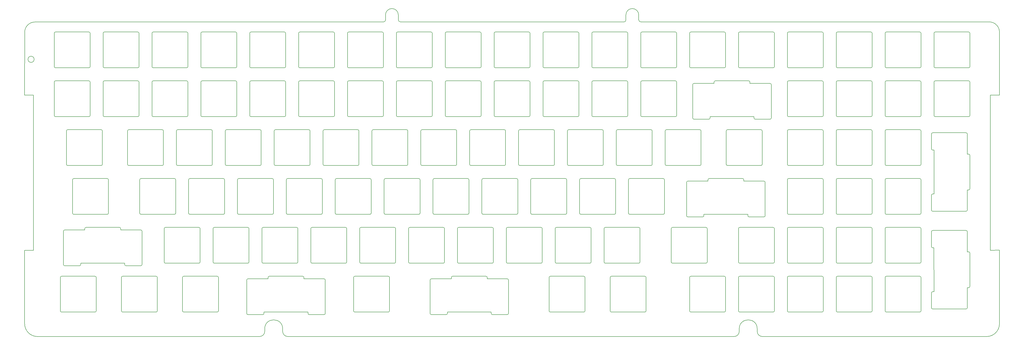
<source format=gbr>
G04 #@! TF.GenerationSoftware,KiCad,Pcbnew,(5.1.4)-1*
G04 #@! TF.CreationDate,2020-08-05T22:19:24-07:00*
G04 #@! TF.ProjectId,Plate,506c6174-652e-46b6-9963-61645f706362,rev?*
G04 #@! TF.SameCoordinates,Original*
G04 #@! TF.FileFunction,Copper,L2,Bot*
G04 #@! TF.FilePolarity,Positive*
%FSLAX46Y46*%
G04 Gerber Fmt 4.6, Leading zero omitted, Abs format (unit mm)*
G04 Created by KiCad (PCBNEW (5.1.4)-1) date 2020-08-05 22:19:24*
%MOMM*%
%LPD*%
G04 APERTURE LIST*
%ADD10C,0.200000*%
G04 APERTURE END LIST*
D10*
X256500000Y-62450000D02*
X256490223Y-60500010D01*
X256500000Y-62450000D02*
G75*
G02X255700000Y-63250000I-800000J0D01*
G01*
X162000000Y-63250000D02*
X26162000Y-63246000D01*
X162790259Y-60499847D02*
X162800000Y-62450000D01*
X162800000Y-62450000D02*
G75*
G02X162000000Y-63250000I-800000J0D01*
G01*
X167799999Y-60499999D02*
X167800000Y-62400000D01*
X255700000Y-63250000D02*
X168600000Y-63200000D01*
X168600000Y-63200000D02*
G75*
G02X167800000Y-62400000I0J800000D01*
G01*
X262300000Y-63200000D02*
X265429999Y-63218122D01*
X261499999Y-60499999D02*
X261500000Y-62400000D01*
X262300000Y-63200000D02*
G75*
G02X261500000Y-62400000I0J800000D01*
G01*
X256490223Y-60500010D02*
G75*
G02X261499999Y-60499999I2504888J2189D01*
G01*
X162790259Y-60499847D02*
G75*
G02X167799999Y-60499999I2504870J2026D01*
G01*
X402095110Y-91751363D02*
X402100000Y-67200000D01*
X398100000Y-63200000D02*
X265429999Y-63218122D01*
X398100000Y-63200000D02*
G75*
G02X402100000Y-67200000I0J-4000000D01*
G01*
X22162000Y-67246000D02*
X22145123Y-91753523D01*
X22162000Y-67246000D02*
G75*
G02X26162000Y-63246000I4000000J0D01*
G01*
X351970123Y-119222812D02*
X338970117Y-119222760D01*
X66220123Y-81122812D02*
X53220077Y-81122830D01*
X148470077Y-81122830D02*
X161470123Y-81122812D01*
X167520123Y-67122812D02*
X180520142Y-67122803D01*
X47670123Y-86672812D02*
X47670117Y-99672846D01*
X114345123Y-105722812D02*
X114345117Y-118722822D01*
X272295129Y-119222772D02*
X285295123Y-119222812D01*
X119895104Y-119222809D02*
X132895123Y-119222812D01*
X296107629Y-119222772D02*
X309107623Y-119222812D01*
X338970128Y-138272809D02*
X351970123Y-138272812D01*
X358020117Y-138272858D02*
X371020123Y-138272812D01*
X371520102Y-137772843D02*
G75*
G02X371020123Y-138272812I-499974J5D01*
G01*
X115713911Y-182897788D02*
G75*
G02X122713873Y-182897812I3499981J-12D01*
G01*
X115713869Y-182897810D02*
X115713869Y-183897812D01*
X122713876Y-182897810D02*
X122713876Y-183897812D01*
X115713874Y-183897821D02*
G75*
G02X113713873Y-185897812I-1999996J5D01*
G01*
X124713871Y-185897818D02*
G75*
G02X122713873Y-183897812I4J2000002D01*
G01*
X300670111Y-183897840D02*
G75*
G02X298670123Y-185897812I-1999980J8D01*
G01*
X300670115Y-182897810D02*
X300670115Y-183897812D01*
X300670135Y-182897788D02*
G75*
G02X307670123Y-182897812I3499994J-12D01*
G01*
X309670108Y-185897837D02*
G75*
G02X307670123Y-183897812I20J2000005D01*
G01*
X307670114Y-182897810D02*
X307670114Y-183897812D01*
X402095115Y-180897786D02*
G75*
G02X397095123Y-185897812I-5000009J-17D01*
G01*
X27145137Y-185897808D02*
G75*
G02X22145123Y-180897812I-9J5000005D01*
G01*
X124713871Y-185897818D02*
X298670123Y-185897812D01*
X397095123Y-185897812D02*
X309670108Y-185897837D01*
X27145137Y-185897808D02*
X113713873Y-185897812D01*
X352470114Y-137772795D02*
G75*
G02X351970123Y-138272812I-500004J-13D01*
G01*
X285795175Y-118721946D02*
G75*
G02X285295123Y-119222812I-500022J-843D01*
G01*
X163851380Y-162372821D02*
G75*
G02X164351373Y-162872812I1J-499992D01*
G01*
X108700876Y-163872812D02*
X108700876Y-176872809D01*
X150351373Y-162872810D02*
X150351373Y-175872814D01*
X150351364Y-162872805D02*
G75*
G02X150851373Y-162372812I500001J-8D01*
G01*
X115450882Y-176872825D02*
G75*
G02X114950873Y-177372812I-499998J11D01*
G01*
X133076873Y-177372786D02*
G75*
G02X132576873Y-176872812I-13J499987D01*
G01*
X139326875Y-176872809D02*
X139326875Y-163872812D01*
X117513870Y-176372815D02*
X130513874Y-176372815D01*
X109200870Y-177372810D02*
X114950870Y-177372810D01*
X138826875Y-163372816D02*
G75*
G02X139326873Y-163872812I1J-499997D01*
G01*
X164351371Y-175872814D02*
X164351371Y-162872810D01*
X109200866Y-177372809D02*
G75*
G02X108700873Y-176872812I2J499995D01*
G01*
X114950870Y-163372811D02*
X109200870Y-163372811D01*
X108700882Y-163872793D02*
G75*
G02X109200873Y-163372812I499986J-5D01*
G01*
X133076874Y-177372810D02*
X138826874Y-177372810D01*
X163851378Y-162372809D02*
X150851374Y-162372809D01*
X138826874Y-163372811D02*
X133076874Y-163372811D01*
X139326889Y-176872802D02*
G75*
G02X138826873Y-177372812I-500013J3D01*
G01*
X164351394Y-175872807D02*
G75*
G02X163851373Y-176372812I-500013J8D01*
G01*
X130513886Y-162372827D02*
G75*
G02X131013873Y-162872812I1J-499986D01*
G01*
X130513874Y-162372809D02*
X117513870Y-162372809D01*
X117013870Y-162872811D02*
G75*
G02X117513873Y-162372812I500001J-2D01*
G01*
X84176360Y-176372803D02*
G75*
G02X83676373Y-175872812I2J499989D01*
G01*
X59076374Y-143322814D02*
X46076373Y-143322814D01*
X45576366Y-143822801D02*
G75*
G02X46076373Y-143322812I499998J-9D01*
G01*
X77032623Y-157322813D02*
X90032623Y-157322813D01*
X61639373Y-158322815D02*
X67389374Y-158322815D01*
X95582614Y-143822799D02*
G75*
G02X96082623Y-143322812I499998J-11D01*
G01*
X61639353Y-158322820D02*
G75*
G02X61139373Y-157822812I14J499994D01*
G01*
X67389385Y-144322820D02*
G75*
G02X67889373Y-144822812I-2J-499990D01*
G01*
X357520163Y-124772812D02*
G75*
G02X358020123Y-124272812I499980J20D01*
G01*
X37263370Y-144822805D02*
G75*
G02X37763373Y-144322812I499998J-5D01*
G01*
X59076382Y-143322817D02*
G75*
G02X59576373Y-143822812I-2J-499993D01*
G01*
X37763373Y-158322815D02*
X43513373Y-158322815D01*
X95582624Y-143822815D02*
X95582624Y-156822812D01*
X371520129Y-137772810D02*
X371520129Y-124772813D01*
X351970134Y-124272812D02*
X338970122Y-124272812D01*
X90532624Y-156822812D02*
X90532624Y-143822815D01*
X338470129Y-124772813D02*
X338470129Y-137772810D01*
X76532619Y-143822804D02*
G75*
G02X77032623Y-143322812I499998J-6D01*
G01*
X67889369Y-157822836D02*
G75*
G02X67389373Y-158322812I-499986J10D01*
G01*
X37263373Y-144822810D02*
X37263373Y-157822814D01*
X43513373Y-144322809D02*
X37763373Y-144322809D01*
X76532622Y-143822815D02*
X76532622Y-156822812D01*
X358020117Y-138272858D02*
G75*
G02X357520123Y-137772812I26J500020D01*
G01*
X90032635Y-143322820D02*
G75*
G02X90532623Y-143822812I-2J-499990D01*
G01*
X371020148Y-124272797D02*
G75*
G02X371520123Y-124772812I-20J-499995D01*
G01*
X338970128Y-138272809D02*
G75*
G02X338470123Y-137772812I-4J500001D01*
G01*
X67389374Y-144322809D02*
X61639373Y-144322809D01*
X319920141Y-138272822D02*
G75*
G02X319420123Y-137772812I-4J500014D01*
G01*
X90532619Y-156822836D02*
G75*
G02X90032623Y-157322812I-499986J10D01*
G01*
X67889375Y-157822814D02*
X67889375Y-144822810D01*
X37763354Y-158322821D02*
G75*
G02X37263373Y-157822812I14J499995D01*
G01*
X352470127Y-137772810D02*
X352470127Y-124772813D01*
X357520131Y-124772813D02*
X357520131Y-137772810D01*
X77032603Y-157322820D02*
G75*
G02X76532623Y-156822812I14J499994D01*
G01*
X338470114Y-124772823D02*
G75*
G02X338970123Y-124272812I500010J1D01*
G01*
X351970100Y-124272809D02*
G75*
G02X352470123Y-124772812I10J-500013D01*
G01*
X319920120Y-138272811D02*
X332920132Y-138272811D01*
X371020136Y-124272812D02*
X358020124Y-124272812D01*
X333420126Y-137772807D02*
G75*
G02X332920123Y-138272812I-500004J-1D01*
G01*
X109082622Y-143322814D02*
X96082625Y-143322814D01*
X90032623Y-143322814D02*
X77032623Y-143322814D01*
X44013370Y-157822837D02*
G75*
G02X43513373Y-158322812I-499986J11D01*
G01*
X46076373Y-157322813D02*
X59076374Y-157322813D01*
X252745127Y-105722738D02*
G75*
G02X253245123Y-105222812I499961J-35D01*
G01*
X266245173Y-105222784D02*
G75*
G02X266745123Y-105722812I-39J-499989D01*
G01*
X247695139Y-118722844D02*
G75*
G02X247195123Y-119222812I-499992J24D01*
G01*
X233695139Y-105722750D02*
G75*
G02X234195123Y-105222812I499961J-23D01*
G01*
X228645151Y-118722856D02*
G75*
G02X228145123Y-119222812I-499992J36D01*
G01*
X209095164Y-105222775D02*
G75*
G02X209595123Y-105722812I-39J-499998D01*
G01*
X190545124Y-118722811D02*
X190545124Y-105722811D01*
X253245080Y-119222785D02*
G75*
G02X252745123Y-118722812I8J499965D01*
G01*
X247695116Y-118722811D02*
X247695116Y-105722811D01*
X295607614Y-105722787D02*
G75*
G02X296107623Y-105222812I499992J-17D01*
G01*
X266245124Y-105222810D02*
X253245128Y-105222810D01*
X247195186Y-105222797D02*
G75*
G02X247695123Y-105722812I-39J-499976D01*
G01*
X247195122Y-105222810D02*
X234195126Y-105222810D01*
X309107661Y-105222834D02*
G75*
G02X309607623Y-105722812I-8J-499970D01*
G01*
X215145123Y-119222812D02*
X228145120Y-119222812D01*
X295607624Y-105722811D02*
X295607624Y-118722811D01*
X309607675Y-118721946D02*
G75*
G02X309107623Y-119222812I-500022J-843D01*
G01*
X252745119Y-105722811D02*
X252745119Y-118722811D01*
X228145198Y-105222809D02*
G75*
G02X228645123Y-105722812I-39J-499964D01*
G01*
X209595126Y-118722811D02*
X209595126Y-105722811D01*
X272295129Y-119222772D02*
G75*
G02X271795123Y-118722812I-23J499983D01*
G01*
X285295161Y-105222834D02*
G75*
G02X285795123Y-105722812I-8J-499970D01*
G01*
X234195092Y-119222797D02*
G75*
G02X233695123Y-118722812I8J499977D01*
G01*
X215145104Y-119222809D02*
G75*
G02X214645123Y-118722812I8J499989D01*
G01*
X196095121Y-119222812D02*
X209095118Y-119222812D01*
X271795114Y-105722787D02*
G75*
G02X272295123Y-105222812I499992J-17D01*
G01*
X214645130Y-105722811D02*
X214645130Y-118722811D01*
X209095118Y-105222810D02*
X196095121Y-105222810D01*
X233695117Y-105722811D02*
X233695117Y-118722811D01*
X285295126Y-105222810D02*
X272295130Y-105222810D01*
X177045113Y-119222818D02*
G75*
G02X176545123Y-118722812I8J499998D01*
G01*
X209595117Y-118722822D02*
G75*
G02X209095123Y-119222812I-499992J2D01*
G01*
X309607622Y-118722811D02*
X309607622Y-105722811D01*
X266745118Y-118722811D02*
X266745118Y-105722811D01*
X214645151Y-105722762D02*
G75*
G02X215145123Y-105222812I499961J-11D01*
G01*
X271795121Y-105722811D02*
X271795121Y-118722811D01*
X196095101Y-119222806D02*
G75*
G02X195595123Y-118722812I8J499986D01*
G01*
X228645128Y-118722811D02*
X228645128Y-105722811D01*
X195595148Y-105722759D02*
G75*
G02X196095123Y-105222812I499961J-14D01*
G01*
X195595128Y-105722811D02*
X195595128Y-118722811D01*
X177045119Y-119222812D02*
X190045116Y-119222812D01*
X190545129Y-118722834D02*
G75*
G02X190045123Y-119222812I-499992J14D01*
G01*
X190045176Y-105222787D02*
G75*
G02X190545123Y-105722812I-39J-499986D01*
G01*
X190045116Y-105222810D02*
X177045119Y-105222810D01*
X176545160Y-105722771D02*
G75*
G02X177045123Y-105222812I499961J-2D01*
G01*
X176545126Y-105722811D02*
X176545126Y-118722811D01*
X157995110Y-119222815D02*
G75*
G02X157495123Y-118722812I8J499995D01*
G01*
X296107629Y-119222772D02*
G75*
G02X295607623Y-118722812I-23J499983D01*
G01*
X285795120Y-118722811D02*
X285795120Y-105722811D01*
X157995117Y-119222812D02*
X170995129Y-119222812D01*
X266745126Y-118722831D02*
G75*
G02X266245123Y-119222812I-499992J11D01*
G01*
X171495126Y-118722831D02*
G75*
G02X170995123Y-119222812I-499992J11D01*
G01*
X228145120Y-105222810D02*
X215145123Y-105222810D01*
X309107629Y-105222810D02*
X296107617Y-105222810D01*
X234195126Y-119222812D02*
X247195122Y-119222812D01*
X253245128Y-119222812D02*
X266245124Y-119222812D01*
X38932603Y-119222808D02*
G75*
G02X38432623Y-118722812I8J499988D01*
G01*
X38932623Y-119222812D02*
X51932623Y-119222812D01*
X52432634Y-118722839D02*
G75*
G02X51932623Y-119222812I-499992J19D01*
G01*
X138445122Y-105722811D02*
X138445122Y-118722811D01*
X113845164Y-105222775D02*
G75*
G02X114345123Y-105722812I-39J-499998D01*
G01*
X113845122Y-105222810D02*
X100845126Y-105222810D01*
X81795124Y-119222812D02*
X94795120Y-119222812D01*
X152445123Y-118722828D02*
G75*
G02X151945123Y-119222812I-499992J8D01*
G01*
X170995173Y-105222784D02*
G75*
G02X171495123Y-105722812I-39J-499989D01*
G01*
X157495157Y-105722768D02*
G75*
G02X157995123Y-105222812I499961J-5D01*
G01*
X151945127Y-105222810D02*
X138945123Y-105222810D01*
X152445120Y-118722811D02*
X152445120Y-105722811D01*
X114345117Y-118722822D02*
G75*
G02X113845123Y-119222812I-499992J2D01*
G01*
X151945170Y-105222781D02*
G75*
G02X152445123Y-105722812I-39J-499992D01*
G01*
X100345148Y-105722759D02*
G75*
G02X100845123Y-105222812I499961J-14D01*
G01*
X100345125Y-105722811D02*
X100345125Y-118722811D01*
X94795176Y-105222787D02*
G75*
G02X95295123Y-105722812I-39J-499986D01*
G01*
X62745122Y-119222812D02*
X75745122Y-119222812D01*
X75745181Y-105222792D02*
G75*
G02X76245123Y-105722812I-39J-499981D01*
G01*
X133395120Y-118722825D02*
G75*
G02X132895123Y-119222812I-499992J5D01*
G01*
X75745122Y-105222810D02*
X62745122Y-105222810D01*
X138945123Y-119222812D02*
X151945127Y-119222812D01*
X170995129Y-105222810D02*
X157995117Y-105222810D01*
X132895124Y-105222810D02*
X119895120Y-105222810D01*
X95295129Y-118722834D02*
G75*
G02X94795123Y-119222812I-499992J14D01*
G01*
X62245122Y-105722811D02*
X62245122Y-118722811D01*
X62245150Y-105722761D02*
G75*
G02X62745123Y-105222812I499961J-12D01*
G01*
X171495122Y-118722811D02*
X171495122Y-105722811D01*
X157495124Y-105722811D02*
X157495124Y-118722811D01*
X95295121Y-118722811D02*
X95295121Y-105722811D01*
X132895167Y-105222778D02*
G75*
G02X133395123Y-105722812I-39J-499995D01*
G01*
X76245134Y-118722839D02*
G75*
G02X75745123Y-119222812I-499992J19D01*
G01*
X81295123Y-105722811D02*
X81295123Y-118722811D01*
X138945107Y-119222812D02*
G75*
G02X138445123Y-118722812I8J499992D01*
G01*
X100845101Y-119222806D02*
G75*
G02X100345123Y-118722812I8J499986D01*
G01*
X119895104Y-119222809D02*
G75*
G02X119395123Y-118722812I8J499989D01*
G01*
X81795098Y-119222803D02*
G75*
G02X81295123Y-118722812I8J499983D01*
G01*
X94795120Y-105222810D02*
X81795124Y-105222810D01*
X62745103Y-119222808D02*
G75*
G02X62245123Y-118722812I8J499988D01*
G01*
X76245123Y-118722811D02*
X76245123Y-105722811D01*
X133395125Y-118722811D02*
X133395125Y-105722811D01*
X119395119Y-105722811D02*
X119395119Y-118722811D01*
X119395151Y-105722762D02*
G75*
G02X119895123Y-105222812I499961J-11D01*
G01*
X100845126Y-119222812D02*
X113845122Y-119222812D01*
X138445154Y-105722765D02*
G75*
G02X138945123Y-105222812I499961J-8D01*
G01*
X81295145Y-105722756D02*
G75*
G02X81795123Y-105222812I499961J-17D01*
G01*
X282532123Y-87672811D02*
X282532123Y-100672811D01*
X338970104Y-100172773D02*
G75*
G02X338470123Y-99672812I-10J499971D01*
G01*
X38432623Y-105722811D02*
X38432623Y-118722811D01*
X38432650Y-105722761D02*
G75*
G02X38932623Y-105222812I499961J-12D01*
G01*
X288782117Y-87172812D02*
X283032117Y-87172812D01*
X313158122Y-100672811D02*
X313158122Y-87672811D01*
X304345136Y-86172833D02*
G75*
G02X304845123Y-86672812I4J-499983D01*
G01*
X262770129Y-100172810D02*
X275770125Y-100172810D01*
X377070080Y-100172809D02*
G75*
G02X376570123Y-99672812I20J499977D01*
G01*
X319420127Y-86672811D02*
X319420127Y-99672813D01*
X351970134Y-86172812D02*
X338970122Y-86172812D01*
X376570126Y-86672763D02*
G75*
G02X377070123Y-86172812I499974J-23D01*
G01*
X371020136Y-86172812D02*
X358020124Y-86172812D01*
X357520138Y-86672775D02*
G75*
G02X358020123Y-86172812I499974J-11D01*
G01*
X282532102Y-87672799D02*
G75*
G02X283032123Y-87172812I500004J-17D01*
G01*
X312658185Y-87172822D02*
G75*
G02X313158123Y-87672812I-26J-499964D01*
G01*
X352470127Y-99672813D02*
X352470127Y-86672811D01*
X390070138Y-86172812D02*
X377070126Y-86172812D01*
X338470090Y-86672787D02*
G75*
G02X338970123Y-86172812I500004J-29D01*
G01*
X338970122Y-100172810D02*
X351970134Y-100172810D01*
X319920116Y-100172785D02*
G75*
G02X319420123Y-99672812I-10J499983D01*
G01*
X390070173Y-86172810D02*
G75*
G02X390570123Y-86672812I-26J-499976D01*
G01*
X377070126Y-100172810D02*
X390070138Y-100172810D01*
X390570127Y-99672856D02*
G75*
G02X390070123Y-100172812I-499980J24D01*
G01*
X371520139Y-99672868D02*
G75*
G02X371020123Y-100172812I-499980J36D01*
G01*
X319920120Y-100172810D02*
X332920132Y-100172810D01*
X338470129Y-86672811D02*
X338470129Y-99672813D01*
X333420125Y-99672813D02*
X333420125Y-86672811D01*
X306908093Y-101172822D02*
G75*
G02X306408123Y-100672812I20J499990D01*
G01*
X306908128Y-101172812D02*
X312658129Y-101172812D01*
X312658129Y-87172812D02*
X306908128Y-87172812D01*
X332920132Y-86172812D02*
X319920120Y-86172812D01*
X291345117Y-100172810D02*
X304345128Y-100172810D01*
X290845090Y-86672787D02*
G75*
G02X291345123Y-86172812I500004J-29D01*
G01*
X358020092Y-100172821D02*
G75*
G02X357520123Y-99672812I20J499989D01*
G01*
X376570133Y-86672811D02*
X376570133Y-99672813D01*
X51932623Y-105222810D02*
X38932623Y-105222810D01*
X52432624Y-118722811D02*
X52432624Y-105722811D01*
X51932681Y-105222792D02*
G75*
G02X52432623Y-105722812I-39J-499981D01*
G01*
X371520129Y-99672813D02*
X371520129Y-86672811D01*
X390570131Y-99672813D02*
X390570131Y-86672811D01*
X358020124Y-100172810D02*
X371020136Y-100172810D01*
X371020185Y-86172822D02*
G75*
G02X371520123Y-86672812I-26J-499964D01*
G01*
X352470150Y-99672819D02*
G75*
G02X351970123Y-100172812I-500010J17D01*
G01*
X332920149Y-86172846D02*
G75*
G02X333420123Y-86672812I4J-499970D01*
G01*
X319420102Y-86672799D02*
G75*
G02X319920123Y-86172812I500004J-17D01*
G01*
X289282162Y-100672831D02*
G75*
G02X288782123Y-101172812I-500010J29D01*
G01*
X304345128Y-86172812D02*
X291345117Y-86172812D01*
X262770092Y-100172821D02*
G75*
G02X262270123Y-99672812I20J499989D01*
G01*
X276270139Y-99672868D02*
G75*
G02X275770123Y-100172812I-499980J36D01*
G01*
X276270119Y-99672813D02*
X276270119Y-86672811D01*
X275770185Y-86172822D02*
G75*
G02X276270123Y-86672812I-26J-499964D01*
G01*
X275770125Y-86172812D02*
X262770129Y-86172812D01*
X262270138Y-86672775D02*
G75*
G02X262770123Y-86172812I499974J-11D01*
G01*
X262270120Y-86672811D02*
X262270120Y-99672813D01*
X357520131Y-86672811D02*
X357520131Y-99672813D01*
X333420163Y-99672832D02*
G75*
G02X332920123Y-100172812I-500010J30D01*
G01*
X243720127Y-100172810D02*
X256720123Y-100172810D01*
X283032117Y-101172812D02*
X288782117Y-101172812D01*
X243720104Y-100172773D02*
G75*
G02X243220123Y-99672812I-10J499971D01*
G01*
X257220150Y-99672819D02*
G75*
G02X256720123Y-100172812I-500010J17D01*
G01*
X351970136Y-86172833D02*
G75*
G02X352470123Y-86672812I4J-499983D01*
G01*
X313158139Y-100672868D02*
G75*
G02X312658123Y-101172812I-499980J36D01*
G01*
X283032116Y-101172785D02*
G75*
G02X282532123Y-100672812I-10J499983D01*
G01*
X205620122Y-100172810D02*
X218620119Y-100172810D01*
X257220117Y-99672813D02*
X257220117Y-86672811D01*
X186070127Y-86672811D02*
X186070127Y-99672813D01*
X181020108Y-99672837D02*
G75*
G02X180520123Y-100172812I-499980J5D01*
G01*
X199570117Y-86172812D02*
X186570120Y-86172812D01*
X238170163Y-99672832D02*
G75*
G02X237670123Y-100172812I-500010J30D01*
G01*
X147970135Y-86672772D02*
G75*
G02X148470123Y-86172812I499974J-14D01*
G01*
X205120144Y-86672781D02*
G75*
G02X205620123Y-86172812I499974J-5D01*
G01*
X167020138Y-86672775D02*
G75*
G02X167520123Y-86172812I499974J-11D01*
G01*
X243220118Y-86672811D02*
X243220118Y-99672813D01*
X218620130Y-86172827D02*
G75*
G02X219120123Y-86672812I4J-499989D01*
G01*
X205120129Y-86672811D02*
X205120129Y-99672813D01*
X142920117Y-99672846D02*
G75*
G02X142420123Y-100172812I-499980J14D01*
G01*
X180520130Y-86172812D02*
X167520118Y-86172812D01*
X219120144Y-99672813D02*
G75*
G02X218620123Y-100172812I-500010J11D01*
G01*
X218620119Y-86172812D02*
X205620122Y-86172812D01*
X199570157Y-86172794D02*
G75*
G02X200070123Y-86672812I-26J-499992D01*
G01*
X129420101Y-100172830D02*
G75*
G02X128920123Y-99672812I20J499998D01*
G01*
X142920126Y-99672813D02*
X142920126Y-86672811D01*
X224670116Y-100172785D02*
G75*
G02X224170123Y-99672812I-10J499983D01*
G01*
X186570095Y-100172824D02*
G75*
G02X186070123Y-99672812I20J499992D01*
G01*
X129420121Y-100172810D02*
X142420125Y-100172810D01*
X237670149Y-86172846D02*
G75*
G02X238170123Y-86672812I4J-499970D01*
G01*
X128920120Y-86672811D02*
X128920120Y-99672813D01*
X110370127Y-100172810D02*
X123370123Y-100172810D01*
X224170116Y-86672811D02*
X224170116Y-99672813D01*
X123870114Y-99672843D02*
G75*
G02X123370123Y-100172812I-499980J11D01*
G01*
X161470151Y-86172788D02*
G75*
G02X161970123Y-86672812I-26J-499998D01*
G01*
X123370160Y-86172797D02*
G75*
G02X123870123Y-86672812I-26J-499989D01*
G01*
X256720136Y-86172833D02*
G75*
G02X257220123Y-86672812I4J-499983D01*
G01*
X128920147Y-86672784D02*
G75*
G02X129420123Y-86172812I499974J-2D01*
G01*
X205620098Y-100172827D02*
G75*
G02X205120123Y-99672812I20J499995D01*
G01*
X167520118Y-100172810D02*
X180520130Y-100172810D01*
X237670121Y-86172812D02*
X224670125Y-86172812D01*
X200070125Y-99672813D02*
X200070125Y-86672811D01*
X161470128Y-86172812D02*
X148470124Y-86172812D01*
X142420163Y-86172800D02*
G75*
G02X142920123Y-86672812I-26J-499986D01*
G01*
X200070111Y-99672840D02*
G75*
G02X199570123Y-100172812I-499980J8D01*
G01*
X110370098Y-100172827D02*
G75*
G02X109870123Y-99672812I20J499995D01*
G01*
X123870124Y-99672813D02*
X123870124Y-86672811D01*
X123370123Y-86172812D02*
X110370127Y-86172812D01*
X238170130Y-99672813D02*
X238170130Y-86672811D01*
X186070141Y-86672778D02*
G75*
G02X186570123Y-86172812I499974J-8D01*
G01*
X161970105Y-99672834D02*
G75*
G02X161470123Y-100172812I-499980J2D01*
G01*
X142420125Y-86172812D02*
X129420121Y-86172812D01*
X109870144Y-86672781D02*
G75*
G02X110370123Y-86172812I499974J-5D01*
G01*
X109870126Y-86672811D02*
X109870126Y-99672813D01*
X91320095Y-100172824D02*
G75*
G02X90820123Y-99672812I20J499992D01*
G01*
X91320125Y-100172810D02*
X104320121Y-100172810D01*
X224670125Y-100172810D02*
X237670121Y-100172810D01*
X104820111Y-99672840D02*
G75*
G02X104320123Y-100172812I-499980J8D01*
G01*
X104820122Y-99672813D02*
X104820122Y-86672811D01*
X256720123Y-86172812D02*
X243720127Y-86172812D01*
X186570120Y-100172810D02*
X199570117Y-100172810D01*
X180520154Y-86172791D02*
G75*
G02X181020123Y-86672812I-26J-499995D01*
G01*
X167020125Y-86672811D02*
X167020125Y-99672813D01*
X148470124Y-100172810D02*
X161470128Y-100172810D01*
X161970121Y-99672813D02*
X161970121Y-86672811D01*
X243220090Y-86672787D02*
G75*
G02X243720123Y-86172812I500004J-29D01*
G01*
X167520092Y-100172821D02*
G75*
G02X167020123Y-99672812I20J499989D01*
G01*
X224170102Y-86672799D02*
G75*
G02X224670123Y-86172812I500004J-17D01*
G01*
X148470089Y-100172818D02*
G75*
G02X147970123Y-99672812I20J499986D01*
G01*
X181020123Y-99672813D02*
X181020123Y-86672811D01*
X219120127Y-99672813D02*
X219120127Y-86672811D01*
X85270162Y-86172799D02*
G75*
G02X85770123Y-86672812I-26J-499987D01*
G01*
X357520126Y-67622787D02*
G75*
G02X358020123Y-67122812I499986J-11D01*
G01*
X52720135Y-86672772D02*
G75*
G02X53220123Y-86172812I499974J-14D01*
G01*
X390070161Y-67122822D02*
G75*
G02X390570123Y-67622812I-14J-499976D01*
G01*
X71770122Y-86672811D02*
X71770122Y-99672813D01*
X333420125Y-80622811D02*
X333420125Y-67622812D01*
X104320157Y-86172794D02*
G75*
G02X104820123Y-86672812I-26J-499992D01*
G01*
X71770131Y-86672768D02*
G75*
G02X72270123Y-86172812I499974J-18D01*
G01*
X376570133Y-67622812D02*
X376570133Y-80622811D01*
X352470127Y-80622811D02*
X352470127Y-67622812D01*
X66720120Y-99672849D02*
G75*
G02X66220123Y-100172812I-499980J17D01*
G01*
X319920120Y-81122812D02*
X332920132Y-81122812D01*
X34170086Y-100172815D02*
G75*
G02X33670123Y-99672812I20J499983D01*
G01*
X390570115Y-80622868D02*
G75*
G02X390070123Y-81122812I-499968J24D01*
G01*
X47170163Y-86172800D02*
G75*
G02X47670123Y-86672812I-26J-499986D01*
G01*
X377070068Y-81122821D02*
G75*
G02X376570123Y-80622812I32J499977D01*
G01*
X351970134Y-67122812D02*
X338970122Y-67122812D01*
X338470078Y-67622799D02*
G75*
G02X338970123Y-67122812I500016J-29D01*
G01*
X371520129Y-80622811D02*
X371520129Y-67622812D01*
X72270085Y-100172814D02*
G75*
G02X71770123Y-99672812I20J499982D01*
G01*
X319420090Y-67622811D02*
G75*
G02X319920123Y-67122812I500016J-17D01*
G01*
X90820124Y-86672811D02*
X90820124Y-99672813D01*
X53220122Y-100172810D02*
X66220125Y-100172810D01*
X358020080Y-81122833D02*
G75*
G02X357520123Y-80622812I32J499989D01*
G01*
X332920137Y-67122858D02*
G75*
G02X333420123Y-67622812I16J-499970D01*
G01*
X300870056Y-81122809D02*
G75*
G02X300370123Y-80622812I32J499965D01*
G01*
X104320121Y-86172812D02*
X91320125Y-86172812D01*
X85770124Y-99672813D02*
X85770124Y-86672811D01*
X90820141Y-86672778D02*
G75*
G02X91320123Y-86172812I499974J-8D01*
G01*
X53220089Y-100172818D02*
G75*
G02X52720123Y-99672812I20J499986D01*
G01*
X66720122Y-99672813D02*
X66720122Y-86672811D01*
X34170123Y-100172810D02*
X47170122Y-100172810D01*
X371520127Y-80622880D02*
G75*
G02X371020123Y-81122812I-499968J36D01*
G01*
X66220166Y-86172803D02*
G75*
G02X66720123Y-86672812I-26J-499983D01*
G01*
X33670132Y-86672769D02*
G75*
G02X34170123Y-86172812I499974J-17D01*
G01*
X377070126Y-81122812D02*
X390070138Y-81122812D01*
X371020173Y-67122834D02*
G75*
G02X371520123Y-67622812I-14J-499964D01*
G01*
X358020124Y-81122812D02*
X371020136Y-81122812D01*
X85270123Y-86172812D02*
X72270123Y-86172812D01*
X390570131Y-80622811D02*
X390570131Y-67622812D01*
X338970092Y-81122785D02*
G75*
G02X338470123Y-80622812I2J499971D01*
G01*
X338970122Y-81122812D02*
X351970134Y-81122812D01*
X352470138Y-80622831D02*
G75*
G02X351970123Y-81122812I-499998J17D01*
G01*
X351970124Y-67122845D02*
G75*
G02X352470123Y-67622812I16J-499983D01*
G01*
X338470129Y-67622812D02*
X338470129Y-80622811D01*
X333420151Y-80622844D02*
G75*
G02X332920123Y-81122812I-499998J30D01*
G01*
X319420127Y-67622812D02*
X319420127Y-80622811D01*
X300870118Y-81122812D02*
X313870129Y-81122812D01*
X314370102Y-80622855D02*
G75*
G02X313870123Y-81122812I-499968J11D01*
G01*
X314370123Y-80622811D02*
X314370123Y-67622812D01*
X47170122Y-86172812D02*
X34170123Y-86172812D01*
X85770116Y-99672845D02*
G75*
G02X85270123Y-100172812I-499980J13D01*
G01*
X313870148Y-67122809D02*
G75*
G02X314370123Y-67622812I-14J-499989D01*
G01*
X390070138Y-67122812D02*
X377070126Y-67122812D01*
X72270123Y-100172810D02*
X85270123Y-100172810D01*
X313870129Y-67122812D02*
X300870118Y-67122812D01*
X371020136Y-67122812D02*
X358020124Y-67122812D01*
X319920104Y-81122797D02*
G75*
G02X319420123Y-80622812I2J499983D01*
G01*
X332920132Y-67122812D02*
X319920120Y-67122812D01*
X376570114Y-67622775D02*
G75*
G02X377070123Y-67122812I499986J-23D01*
G01*
X47670117Y-99672846D02*
G75*
G02X47170123Y-100172812I-499980J14D01*
G01*
X357520131Y-67622812D02*
X357520131Y-80622811D01*
X66220125Y-86172812D02*
X53220122Y-86172812D01*
X281820068Y-81122821D02*
G75*
G02X281320123Y-80622812I32J499977D01*
G01*
X186570120Y-81122812D02*
X199570117Y-81122812D01*
X276270127Y-80622880D02*
G75*
G02X275770123Y-81122812I-499968J36D01*
G01*
X243220078Y-67622799D02*
G75*
G02X243720123Y-67122812I500016J-29D01*
G01*
X295320121Y-80622811D02*
X295320121Y-67622812D01*
X224670125Y-81122812D02*
X237670121Y-81122812D01*
X295320115Y-80622868D02*
G75*
G02X294820123Y-81122812I-499968J24D01*
G01*
X262270126Y-67622787D02*
G75*
G02X262770123Y-67122812I499986J-11D01*
G01*
X167520080Y-81122833D02*
G75*
G02X167020123Y-80622812I32J499989D01*
G01*
X186070127Y-67622812D02*
X186070127Y-80622811D01*
X281320114Y-67622775D02*
G75*
G02X281820123Y-67122812I499986J-23D01*
G01*
X167520118Y-81122812D02*
X180520130Y-81122812D01*
X276270119Y-80622811D02*
X276270119Y-67622812D01*
X256720124Y-67122845D02*
G75*
G02X257220123Y-67622812I16J-499983D01*
G01*
X262270120Y-67622812D02*
X262270120Y-80622811D01*
X257220138Y-80622831D02*
G75*
G02X256720123Y-81122812I-499998J17D01*
G01*
X180520142Y-67122803D02*
G75*
G02X181020123Y-67622812I-14J-499995D01*
G01*
X167020125Y-67622812D02*
X167020125Y-80622811D01*
X237670121Y-67122812D02*
X224670125Y-67122812D01*
X205620122Y-81122812D02*
X218620119Y-81122812D01*
X294820127Y-67122812D02*
X281820116Y-67122812D01*
X238170151Y-80622844D02*
G75*
G02X237670123Y-81122812I-499998J30D01*
G01*
X186570083Y-81122836D02*
G75*
G02X186070123Y-80622812I32J499992D01*
G01*
X161970093Y-80622846D02*
G75*
G02X161470123Y-81122812I-499968J2D01*
G01*
X200070099Y-80622852D02*
G75*
G02X199570123Y-81122812I-499968J8D01*
G01*
X294820161Y-67122822D02*
G75*
G02X295320123Y-67622812I-14J-499976D01*
G01*
X300370124Y-67622812D02*
X300370124Y-80622811D01*
X281320122Y-67622812D02*
X281320122Y-80622811D01*
X205120132Y-67622793D02*
G75*
G02X205620123Y-67122812I499986J-5D01*
G01*
X275770173Y-67122834D02*
G75*
G02X276270123Y-67622812I-14J-499964D01*
G01*
X237670137Y-67122858D02*
G75*
G02X238170123Y-67622812I16J-499970D01*
G01*
X218620118Y-67122839D02*
G75*
G02X219120123Y-67622812I16J-499989D01*
G01*
X262770080Y-81122833D02*
G75*
G02X262270123Y-80622812I32J499989D01*
G01*
X243720127Y-81122812D02*
X256720123Y-81122812D01*
X257220117Y-80622811D02*
X257220117Y-67622812D01*
X224170090Y-67622811D02*
G75*
G02X224670123Y-67122812I500016J-17D01*
G01*
X238170130Y-80622811D02*
X238170130Y-67622812D01*
X281820116Y-81122812D02*
X294820127Y-81122812D01*
X256720123Y-67122812D02*
X243720127Y-67122812D01*
X219120127Y-80622811D02*
X219120127Y-67622812D01*
X205120129Y-67622812D02*
X205120129Y-80622811D01*
X200070125Y-80622811D02*
X200070125Y-67622812D01*
X218620119Y-67122812D02*
X205620122Y-67122812D01*
X205620086Y-81122839D02*
G75*
G02X205120123Y-80622812I32J499995D01*
G01*
X199570145Y-67122806D02*
G75*
G02X200070123Y-67622812I-14J-499992D01*
G01*
X199570117Y-67122812D02*
X186570120Y-67122812D01*
X186070129Y-67622790D02*
G75*
G02X186570123Y-67122812I499986J-8D01*
G01*
X181020096Y-80622849D02*
G75*
G02X180520123Y-81122812I-499968J5D01*
G01*
X181020123Y-80622811D02*
X181020123Y-67622812D01*
X243720092Y-81122785D02*
G75*
G02X243220123Y-80622812I2J499971D01*
G01*
X300370102Y-67622763D02*
G75*
G02X300870123Y-67122812I499986J-35D01*
G01*
X167020126Y-67622787D02*
G75*
G02X167520123Y-67122812I499986J-11D01*
G01*
X243220118Y-67622812D02*
X243220118Y-80622811D01*
X148470077Y-81122830D02*
G75*
G02X147970123Y-80622812I32J499986D01*
G01*
X161970121Y-80622811D02*
X161970121Y-67622812D01*
X224170116Y-67622812D02*
X224170116Y-80622811D01*
X161470139Y-67122800D02*
G75*
G02X161970123Y-67622812I-14J-499998D01*
G01*
X161470128Y-67122812D02*
X148470124Y-67122812D01*
X224670104Y-81122797D02*
G75*
G02X224170123Y-80622812I2J499983D01*
G01*
X275770125Y-67122812D02*
X262770129Y-67122812D01*
X219120132Y-80622825D02*
G75*
G02X218620123Y-81122812I-499998J11D01*
G01*
X262770129Y-81122812D02*
X275770125Y-81122812D01*
X142420151Y-67122812D02*
G75*
G02X142920123Y-67622812I-14J-499986D01*
G01*
X128920135Y-67622796D02*
G75*
G02X129420123Y-67122812I499986J-2D01*
G01*
X91320125Y-81122812D02*
X104320121Y-81122812D01*
X104820099Y-80622852D02*
G75*
G02X104320123Y-81122812I-499968J8D01*
G01*
X90820129Y-67622790D02*
G75*
G02X91320123Y-67122812I499986J-8D01*
G01*
X147970123Y-67622812D02*
X147970123Y-80622811D01*
X142920105Y-80622858D02*
G75*
G02X142420123Y-81122812I-499968J14D01*
G01*
X104820122Y-80622811D02*
X104820122Y-67622812D01*
X72270123Y-81122812D02*
X85270123Y-81122812D01*
X129420089Y-81122842D02*
G75*
G02X128920123Y-80622812I32J499998D01*
G01*
X109870126Y-67622812D02*
X109870126Y-80622811D01*
X129420121Y-81122812D02*
X142420125Y-81122812D01*
X104320145Y-67122806D02*
G75*
G02X104820123Y-67622812I-14J-499992D01*
G01*
X71770119Y-67622780D02*
G75*
G02X72270123Y-67122812I499986J-18D01*
G01*
X66220125Y-67122812D02*
X53220122Y-67122812D01*
X34170123Y-81122812D02*
X47170122Y-81122812D01*
X128920120Y-67622812D02*
X128920120Y-80622811D01*
X66720108Y-80622861D02*
G75*
G02X66220123Y-81122812I-499968J17D01*
G01*
X147970123Y-67622784D02*
G75*
G02X148470123Y-67122812I499986J-14D01*
G01*
X123870102Y-80622855D02*
G75*
G02X123370123Y-81122812I-499968J11D01*
G01*
X66220154Y-67122815D02*
G75*
G02X66720123Y-67622812I-14J-499983D01*
G01*
X90820124Y-67622812D02*
X90820124Y-80622811D01*
X47170151Y-67122812D02*
G75*
G02X47670123Y-67622812I-14J-499986D01*
G01*
X66720122Y-80622811D02*
X66720122Y-67622812D01*
X33670123Y-67622812D02*
X33670123Y-80622811D01*
X91320083Y-81122836D02*
G75*
G02X90820123Y-80622812I32J499992D01*
G01*
X72270073Y-81122826D02*
G75*
G02X71770123Y-80622812I32J499982D01*
G01*
X52720123Y-67622812D02*
X52720123Y-80622811D01*
X47670105Y-80622858D02*
G75*
G02X47170123Y-81122812I-499968J14D01*
G01*
X110370127Y-81122812D02*
X123370123Y-81122812D01*
X71770122Y-67622812D02*
X71770122Y-80622811D01*
X85270150Y-67122811D02*
G75*
G02X85770123Y-67622812I-14J-499987D01*
G01*
X123370123Y-67122812D02*
X110370127Y-67122812D01*
X104320121Y-67122812D02*
X91320125Y-67122812D01*
X142420125Y-67122812D02*
X129420121Y-67122812D01*
X85770104Y-80622857D02*
G75*
G02X85270123Y-81122812I-499968J13D01*
G01*
X85270123Y-67122812D02*
X72270123Y-67122812D01*
X53220077Y-81122830D02*
G75*
G02X52720123Y-80622812I32J499986D01*
G01*
X52720123Y-67622784D02*
G75*
G02X53220123Y-67122812I499986J-14D01*
G01*
X110370086Y-81122839D02*
G75*
G02X109870123Y-80622812I32J499995D01*
G01*
X123370148Y-67122809D02*
G75*
G02X123870123Y-67622812I-14J-499989D01*
G01*
X123870124Y-80622811D02*
X123870124Y-67622812D01*
X109870132Y-67622793D02*
G75*
G02X110370123Y-67122812I499986J-5D01*
G01*
X34170074Y-81122827D02*
G75*
G02X33670123Y-80622812I32J499983D01*
G01*
X142920126Y-80622811D02*
X142920126Y-67622812D01*
X33670120Y-67622781D02*
G75*
G02X34170123Y-67122812I499986J-17D01*
G01*
X47170122Y-67122812D02*
X34170123Y-67122812D01*
X85770124Y-80622811D02*
X85770124Y-67622812D01*
X47670123Y-80622811D02*
X47670123Y-67622812D01*
X271007636Y-124272785D02*
G75*
G02X271507623Y-124772812I-20J-500007D01*
G01*
X271007625Y-124272812D02*
X258007628Y-124272812D01*
X286900840Y-138772831D02*
G75*
G02X286400873Y-139272812I-499974J-7D01*
G01*
X219907624Y-138272811D02*
X232907621Y-138272811D01*
X280650854Y-139272845D02*
G75*
G02X280150873Y-138772812I26J500007D01*
G01*
X258007628Y-138272811D02*
X271007625Y-138272811D01*
X219407614Y-124772823D02*
G75*
G02X219907623Y-124272812I500010J1D01*
G01*
X238957626Y-138272811D02*
X251957623Y-138272811D01*
X310776887Y-138772812D02*
X310776887Y-125772812D01*
X232907600Y-124272809D02*
G75*
G02X233407623Y-124772812I10J-500013D01*
G01*
X238457618Y-124772813D02*
X238457618Y-137772810D01*
X214357627Y-137772810D02*
X214357627Y-124772813D01*
X200357627Y-124772836D02*
G75*
G02X200857623Y-124272812I500010J14D01*
G01*
X310776877Y-138772808D02*
G75*
G02X310276873Y-139272812I-500004J0D01*
G01*
X181807638Y-138272819D02*
G75*
G02X181307623Y-137772812I-4J500011D01*
G01*
X252457616Y-137772810D02*
X252457616Y-124772813D01*
X319420127Y-124772813D02*
X319420127Y-137772810D01*
X271507590Y-137772831D02*
G75*
G02X271007623Y-138272812I-499974J-7D01*
G01*
X251957648Y-124272797D02*
G75*
G02X252457623Y-124772812I-20J-499995D01*
G01*
X271507618Y-137772810D02*
X271507618Y-124772813D01*
X333420125Y-137772810D02*
X333420125Y-124772813D01*
X214357626Y-137772807D02*
G75*
G02X213857623Y-138272812I-500004J-1D01*
G01*
X200857622Y-138272811D02*
X213857618Y-138272811D01*
X181807620Y-138272811D02*
X194807616Y-138272811D01*
X195307625Y-137772810D02*
X195307625Y-124772813D01*
X233407614Y-137772795D02*
G75*
G02X232907623Y-138272812I-500004J-13D01*
G01*
X194807609Y-124272818D02*
G75*
G02X195307623Y-124772812I10J-500004D01*
G01*
X288463888Y-124772787D02*
G75*
G02X288963873Y-124272812I499980J-5D01*
G01*
X219407630Y-124772813D02*
X219407630Y-137772810D01*
X252457602Y-137772843D02*
G75*
G02X251957623Y-138272812I-499974J5D01*
G01*
X238957617Y-138272858D02*
G75*
G02X238457623Y-137772812I26J500020D01*
G01*
X200857641Y-138272822D02*
G75*
G02X200357623Y-137772812I-4J500014D01*
G01*
X280150900Y-125772799D02*
G75*
G02X280650873Y-125272812I499980J7D01*
G01*
X319420127Y-124772836D02*
G75*
G02X319920123Y-124272812I500010J14D01*
G01*
X258007605Y-138272846D02*
G75*
G02X257507623Y-137772812I26J500008D01*
G01*
X257507651Y-124772800D02*
G75*
G02X258007623Y-124272812I499980J8D01*
G01*
X251957623Y-124272812D02*
X238957626Y-124272812D01*
X332920132Y-124272812D02*
X319920120Y-124272812D01*
X213857618Y-124272812D02*
X200857622Y-124272812D01*
X200357628Y-124772813D02*
X200357628Y-137772810D01*
X195307623Y-137772804D02*
G75*
G02X194807623Y-138272812I-500004J-4D01*
G01*
X280650866Y-139272813D02*
X286400882Y-139272813D01*
X301963874Y-124272773D02*
G75*
G02X302463873Y-124772812I-20J-500019D01*
G01*
X257507620Y-124772813D02*
X257507620Y-137772810D01*
X232907621Y-124272812D02*
X219907624Y-124272812D01*
X219907628Y-138272809D02*
G75*
G02X219407623Y-137772812I-4J500001D01*
G01*
X194807616Y-124272812D02*
X181807620Y-124272812D01*
X181307624Y-124772833D02*
G75*
G02X181807623Y-124272812I500010J11D01*
G01*
X181307626Y-124772813D02*
X181307626Y-137772810D01*
X162757635Y-138272816D02*
G75*
G02X162257623Y-137772812I-4J500008D01*
G01*
X162757618Y-138272811D02*
X175757629Y-138272811D01*
X176257620Y-137772801D02*
G75*
G02X175757623Y-138272812I-500004J-7D01*
G01*
X304526863Y-139272813D02*
X310276863Y-139272813D01*
X332920112Y-124272821D02*
G75*
G02X333420123Y-124772812I10J-500001D01*
G01*
X213857612Y-124272821D02*
G75*
G02X214357623Y-124772812I10J-500001D01*
G01*
X310276863Y-125272822D02*
G75*
G02X310776873Y-125772812I10J-500000D01*
G01*
X288963882Y-138272811D02*
X301963863Y-138272811D01*
X301963863Y-124272812D02*
X288963882Y-124272812D01*
X286400882Y-125272811D02*
X280650866Y-125272811D01*
X310276863Y-125272811D02*
X304526863Y-125272811D01*
X238457663Y-124772812D02*
G75*
G02X238957623Y-124272812I499980J20D01*
G01*
X233407629Y-137772810D02*
X233407629Y-124772813D01*
X304526891Y-139272822D02*
G75*
G02X304026873Y-138772812I-4J500014D01*
G01*
X280150873Y-125772812D02*
X280150873Y-138772812D01*
X156707603Y-124272812D02*
G75*
G02X157207623Y-124772812I10J-500010D01*
G01*
X105607641Y-138272822D02*
G75*
G02X105107623Y-137772812I-4J500014D01*
G01*
X119107626Y-137772807D02*
G75*
G02X118607623Y-138272812I-500004J-1D01*
G01*
X175757606Y-124272815D02*
G75*
G02X176257623Y-124772812I10J-500007D01*
G01*
X143207622Y-124772813D02*
X143207622Y-137772810D01*
X119107624Y-137772810D02*
X119107624Y-124772813D01*
X175757629Y-124272812D02*
X162757618Y-124272812D01*
X143707631Y-138272812D02*
G75*
G02X143207623Y-137772812I-4J500004D01*
G01*
X157207617Y-137772798D02*
G75*
G02X156707623Y-138272812I-500004J-10D01*
G01*
X138157626Y-137772810D02*
X138157626Y-124772813D01*
X124157620Y-124772813D02*
X124157620Y-137772810D01*
X124657628Y-138272809D02*
G75*
G02X124157623Y-137772812I-4J500001D01*
G01*
X118607612Y-124272821D02*
G75*
G02X119107623Y-124772812I10J-500001D01*
G01*
X118607623Y-124272812D02*
X105607626Y-124272812D01*
X105107627Y-124772836D02*
G75*
G02X105607623Y-124272812I500010J14D01*
G01*
X162257624Y-124772813D02*
X162257624Y-137772810D01*
X143707623Y-138272811D02*
X156707627Y-138272811D01*
X157207621Y-137772810D02*
X157207621Y-124772813D01*
X124657621Y-138272811D02*
X137657625Y-138272811D01*
X138157614Y-137772795D02*
G75*
G02X137657623Y-138272812I-500004J-13D01*
G01*
X137657600Y-124272809D02*
G75*
G02X138157623Y-124772812I10J-500013D01*
G01*
X124157614Y-124772823D02*
G75*
G02X124657623Y-124272812I500010J1D01*
G01*
X162257621Y-124772830D02*
G75*
G02X162757623Y-124272812I500010J8D01*
G01*
X105607626Y-138272811D02*
X118607623Y-138272811D01*
X156707627Y-124272812D02*
X143707623Y-124272812D01*
X137657625Y-124272812D02*
X124657621Y-124272812D01*
X176257623Y-137772810D02*
X176257623Y-124772813D01*
X143207617Y-124772826D02*
G75*
G02X143707623Y-124272812I500010J4D01*
G01*
X84176374Y-176372815D02*
X97176370Y-176372815D01*
X59863876Y-162872787D02*
G75*
G02X60363873Y-162372812I499986J-11D01*
G01*
X49551392Y-162372803D02*
G75*
G02X50051373Y-162872812I-14J-499995D01*
G01*
X97176392Y-162372803D02*
G75*
G02X97676373Y-162872812I-14J-499995D01*
G01*
X49551373Y-162372809D02*
X36551373Y-162372809D01*
X50051374Y-175872814D02*
X50051374Y-162872810D01*
X36051376Y-162872787D02*
G75*
G02X36551373Y-162372812I499986J-11D01*
G01*
X375570112Y-145034777D02*
G75*
G02X376070123Y-144534812I499988J-23D01*
G01*
X60363873Y-176372815D02*
X73363872Y-176372815D01*
X97176370Y-162372809D02*
X84176374Y-162372809D01*
X73363872Y-162372809D02*
X60363873Y-162372809D01*
X375570116Y-145034809D02*
X375570116Y-150784809D01*
X60363860Y-176372803D02*
G75*
G02X59863873Y-175872812I2J499989D01*
G01*
X73863876Y-175872819D02*
G75*
G02X73363873Y-176372812I-499998J5D01*
G01*
X83676376Y-162872787D02*
G75*
G02X84176373Y-162372812I499986J-11D01*
G01*
X36551360Y-176372803D02*
G75*
G02X36051373Y-175872812I2J499989D01*
G01*
X59863874Y-162872810D02*
X59863874Y-175872814D01*
X73363892Y-162372803D02*
G75*
G02X73863873Y-162872812I-14J-499995D01*
G01*
X36551373Y-176372815D02*
X49551373Y-176372815D01*
X50051376Y-175872819D02*
G75*
G02X49551373Y-176372812I-499998J5D01*
G01*
X97676376Y-175872819D02*
G75*
G02X97176373Y-176372812I-499998J5D01*
G01*
X73863873Y-175872814D02*
X73863873Y-162872810D01*
X97676371Y-175872814D02*
X97676371Y-162872810D01*
X371020136Y-105222810D02*
X358020124Y-105222810D01*
X357520151Y-105722762D02*
G75*
G02X358020123Y-105222812I499961J-11D01*
G01*
X80507614Y-124272823D02*
G75*
G02X81007623Y-124772812I10J-499999D01*
G01*
X81007628Y-137772809D02*
G75*
G02X80507623Y-138272812I-500004J1D01*
G01*
X99557621Y-124272812D02*
X86557624Y-124272812D01*
X86057616Y-124772825D02*
G75*
G02X86557623Y-124272812I500010J3D01*
G01*
X67007613Y-124772822D02*
G75*
G02X67507623Y-124272812I500010J0D01*
G01*
X99557609Y-124272818D02*
G75*
G02X100057623Y-124772812I10J-500004D01*
G01*
X67507622Y-138272811D02*
X80507622Y-138272811D01*
X54313858Y-124272817D02*
G75*
G02X54813873Y-124772812I10J-500005D01*
G01*
X40813872Y-124772831D02*
G75*
G02X41313873Y-124272812I500010J9D01*
G01*
X40813873Y-124772813D02*
X40813873Y-137772810D01*
X375570164Y-106934787D02*
G75*
G02X376070123Y-106434812I499967J8D01*
G01*
X375570116Y-106934812D02*
X375570116Y-112684812D01*
X389570114Y-112684812D02*
X389570114Y-106934812D01*
X67007625Y-124772813D02*
X67007625Y-137772810D01*
X105107625Y-124772813D02*
X105107625Y-137772810D01*
X389070149Y-106434772D02*
G75*
G02X389570123Y-106934812I-33J-500007D01*
G01*
X375570126Y-130810763D02*
G75*
G02X376070123Y-130310812I499974J-23D01*
G01*
X389570114Y-136560809D02*
X389570114Y-130810808D01*
X390570131Y-128247809D02*
X390570131Y-115247812D01*
X54313873Y-124272812D02*
X41313873Y-124272812D01*
X80507622Y-124272812D02*
X67507622Y-124272812D01*
X389070121Y-106434811D02*
X376070109Y-106434811D01*
X100057623Y-137772804D02*
G75*
G02X99557623Y-138272812I-500004J-4D01*
G01*
X390070161Y-114747822D02*
G75*
G02X390570123Y-115247812I-14J-499976D01*
G01*
X358020104Y-119222809D02*
G75*
G02X357520123Y-118722812I8J499989D01*
G01*
X86557630Y-138272811D02*
G75*
G02X86057623Y-137772812I-4J500003D01*
G01*
X67507627Y-138272808D02*
G75*
G02X67007623Y-137772812I-4J500000D01*
G01*
X86557624Y-138272811D02*
X99557621Y-138272811D01*
X86057623Y-124772813D02*
X86057623Y-137772810D01*
X81007623Y-137772810D02*
X81007623Y-124772813D01*
X54813872Y-137772803D02*
G75*
G02X54313873Y-138272812I-500004J-5D01*
G01*
X100057622Y-137772810D02*
X100057622Y-124772813D01*
X376070117Y-113184834D02*
G75*
G02X375570123Y-112684812I14J500008D01*
G01*
X375570116Y-130810808D02*
X375570116Y-136560809D01*
X376070109Y-137060810D02*
X389070121Y-137060810D01*
X41313873Y-138272811D02*
X54313873Y-138272811D01*
X41313886Y-138272817D02*
G75*
G02X40813873Y-137772812I-4J500009D01*
G01*
X54813872Y-137772810D02*
X54813872Y-124772813D01*
X389570126Y-136560857D02*
G75*
G02X389070123Y-137060812I-499979J24D01*
G01*
X376570133Y-115247812D02*
X376570133Y-128247809D01*
X390570115Y-128247868D02*
G75*
G02X390070123Y-128747812I-499968J24D01*
G01*
X358020124Y-119222812D02*
X371020136Y-119222812D01*
X371520151Y-118722856D02*
G75*
G02X371020123Y-119222812I-499992J36D01*
G01*
X376070079Y-137060810D02*
G75*
G02X375570123Y-136560812I21J499977D01*
G01*
X371520129Y-118722811D02*
X371520129Y-105722811D01*
X371020198Y-105222809D02*
G75*
G02X371520123Y-105722812I-39J-499964D01*
G01*
X319920129Y-119222772D02*
G75*
G02X319420123Y-118722812I-23J499983D01*
G01*
X351970148Y-105222821D02*
G75*
G02X352470123Y-105722812I-8J-499983D01*
G01*
X357520131Y-105722811D02*
X357520131Y-118722811D01*
X338470102Y-105722775D02*
G75*
G02X338970123Y-105222812I499992J-29D01*
G01*
X319920120Y-119222812D02*
X332920132Y-119222812D01*
X333420125Y-118722811D02*
X333420125Y-105722811D01*
X332920132Y-105222810D02*
X319920120Y-105222810D01*
X319420114Y-105722787D02*
G75*
G02X319920123Y-105222812I499992J-17D01*
G01*
X332920161Y-105222834D02*
G75*
G02X333420123Y-105722812I-8J-499970D01*
G01*
X351970134Y-105222810D02*
X338970122Y-105222810D01*
X338470129Y-105722811D02*
X338470129Y-118722811D01*
X333420175Y-118721946D02*
G75*
G02X332920123Y-119222812I-500022J-843D01*
G01*
X352470127Y-118722811D02*
X352470127Y-105722811D01*
X352470163Y-118722806D02*
G75*
G02X351970123Y-119222812I-500023J17D01*
G01*
X338970117Y-119222760D02*
G75*
G02X338470123Y-118722812I-23J499971D01*
G01*
X319420127Y-105722811D02*
X319420127Y-118722811D01*
X389570114Y-174660813D02*
X389570114Y-168910813D01*
X376070109Y-175160814D02*
X389070121Y-175160814D01*
X338970122Y-157322813D02*
X351970134Y-157322813D01*
X389070159Y-144534824D02*
G75*
G02X389570123Y-145034812I-12J-499976D01*
G01*
X389070121Y-144534815D02*
X376070109Y-144534815D01*
X390570131Y-166347813D02*
X390570131Y-153347809D01*
X389570114Y-150784809D02*
X389570114Y-145034809D01*
X358020098Y-157322815D02*
G75*
G02X357520123Y-156822812I14J499989D01*
G01*
X371020161Y-143322846D02*
G75*
G02X371520123Y-143822812I-2J-499964D01*
G01*
X376070089Y-175160800D02*
G75*
G02X375570123Y-174660812I11J499977D01*
G01*
X371020136Y-143322814D02*
X358020124Y-143322814D01*
X357520114Y-143822799D02*
G75*
G02X358020123Y-143322812I499998J-11D01*
G01*
X357520131Y-143822815D02*
X357520131Y-156822812D01*
X352470127Y-156822812D02*
X352470127Y-143822815D01*
X351970097Y-143322812D02*
G75*
G02X352470123Y-143822812I13J-500013D01*
G01*
X371520129Y-156822812D02*
X371520129Y-143822815D01*
X390070155Y-152847828D02*
G75*
G02X390570123Y-153347812I-8J-499976D01*
G01*
X338470129Y-143822815D02*
X338470129Y-156822812D01*
X332920109Y-143322824D02*
G75*
G02X333420123Y-143822812I13J-500001D01*
G01*
X319420124Y-143822839D02*
G75*
G02X319920123Y-143322812I500013J14D01*
G01*
X319420127Y-143822815D02*
X319420127Y-156822812D01*
X332920132Y-143322814D02*
X319920120Y-143322814D01*
X390570139Y-166347844D02*
G75*
G02X390070123Y-166847812I-499992J24D01*
G01*
X358020124Y-157322813D02*
X371020136Y-157322813D01*
X300870074Y-157322791D02*
G75*
G02X300370123Y-156822812I14J499965D01*
G01*
X300870118Y-157322813D02*
X313870129Y-157322813D01*
X338470111Y-143822826D02*
G75*
G02X338970123Y-143322812I500013J1D01*
G01*
X375570116Y-168910813D02*
X375570116Y-174660813D01*
X375570105Y-168910784D02*
G75*
G02X376070123Y-168410812I499995J-23D01*
G01*
X389570136Y-174660847D02*
G75*
G02X389070123Y-175160812I-499989J24D01*
G01*
X371520145Y-156822862D02*
G75*
G02X371020123Y-157322812I-499986J36D01*
G01*
X352470111Y-156822798D02*
G75*
G02X351970123Y-157322812I-500001J-13D01*
G01*
X333420123Y-156822810D02*
G75*
G02X332920123Y-157322812I-500001J-1D01*
G01*
X376070096Y-151284793D02*
G75*
G02X375570123Y-150784812I4J499977D01*
G01*
X314370120Y-156822837D02*
G75*
G02X313870123Y-157322812I-499986J11D01*
G01*
X351970134Y-143322814D02*
X338970122Y-143322814D01*
X319920120Y-157322813D02*
X332920132Y-157322813D01*
X319920138Y-157322825D02*
G75*
G02X319420123Y-156822812I-1J500014D01*
G01*
X333420125Y-156822812D02*
X333420125Y-143822815D01*
X338970125Y-157322812D02*
G75*
G02X338470123Y-156822812I-1J500001D01*
G01*
X314370123Y-156822812D02*
X314370123Y-143822815D01*
X313870136Y-143322821D02*
G75*
G02X314370123Y-143822812I-2J-499989D01*
G01*
X313870129Y-143322814D02*
X300870118Y-143322814D01*
X300370090Y-143822775D02*
G75*
G02X300870123Y-143322812I499998J-35D01*
G01*
X300370124Y-143822815D02*
X300370124Y-156822812D01*
X223882633Y-156822850D02*
G75*
G02X223382623Y-157322812I-499986J24D01*
G01*
X229432574Y-157322791D02*
G75*
G02X228932623Y-156822812I14J499965D01*
G01*
X247982619Y-143822815D02*
X247982619Y-156822812D01*
X223882628Y-156822812D02*
X223882628Y-143822815D01*
X223382649Y-143322834D02*
G75*
G02X223882623Y-143822812I-2J-499976D01*
G01*
X274176372Y-143822815D02*
X274176372Y-156822812D01*
X229432625Y-157322813D02*
X242432622Y-157322813D01*
X228932617Y-143822815D02*
X228932617Y-156822812D01*
X228932590Y-143822775D02*
G75*
G02X229432623Y-143322812I499998J-35D01*
G01*
X223382619Y-143322814D02*
X210382623Y-143322814D01*
X209882602Y-143822817D02*
G75*
G02X210382623Y-143322812I500013J-8D01*
G01*
X242432622Y-143322814D02*
X229432625Y-143322814D01*
X242932620Y-156822837D02*
G75*
G02X242432623Y-157322812I-499986J11D01*
G01*
X242932630Y-156822812D02*
X242932630Y-143822815D01*
X274676348Y-157322815D02*
G75*
G02X274176373Y-156822812I14J499989D01*
G01*
X288176385Y-156822812D02*
X288176385Y-143822815D01*
X248482638Y-157322825D02*
G75*
G02X247982623Y-156822812I-1J500014D01*
G01*
X287676362Y-143322814D02*
X274676380Y-143322814D01*
X261482609Y-143322824D02*
G75*
G02X261982623Y-143822812I13J-500001D01*
G01*
X261982623Y-156822810D02*
G75*
G02X261482623Y-157322812I-500001J-1D01*
G01*
X261482624Y-143322814D02*
X248482627Y-143322814D01*
X247982624Y-143822839D02*
G75*
G02X248482623Y-143322812I500013J14D01*
G01*
X261982617Y-156822812D02*
X261982617Y-143822815D01*
X287676411Y-143322846D02*
G75*
G02X288176373Y-143822812I-2J-499964D01*
G01*
X274176364Y-143822799D02*
G75*
G02X274676373Y-143322812I499998J-11D01*
G01*
X248482627Y-157322813D02*
X261482624Y-157322813D01*
X288176395Y-156822862D02*
G75*
G02X287676373Y-157322812I-499986J36D01*
G01*
X242432636Y-143322821D02*
G75*
G02X242932623Y-143822812I-2J-499989D01*
G01*
X274676380Y-157322813D02*
X287676362Y-157322813D01*
X210382616Y-157322803D02*
G75*
G02X209882623Y-156822812I-1J499992D01*
G01*
X210382623Y-157322813D02*
X223382619Y-157322813D01*
X36051373Y-175872812D02*
X36051376Y-162872847D01*
X376560000Y-153350000D02*
X376570123Y-166347812D01*
X306410000Y-100170000D02*
X306408123Y-100672812D01*
X289280000Y-100170000D02*
X289282162Y-100672444D01*
X52720123Y-99672812D02*
X52720135Y-86672808D01*
X290845090Y-86673148D02*
X290840000Y-87170000D01*
X33670123Y-99672812D02*
X33670132Y-86672841D01*
X288463888Y-124772746D02*
X288460000Y-125270000D01*
X302463873Y-124772812D02*
X302470000Y-125270000D01*
X45570000Y-144320000D02*
X45576366Y-143822902D01*
X44013370Y-157822781D02*
X44010000Y-157320000D01*
X376570000Y-113190000D02*
X376070315Y-113184834D01*
X376070123Y-130310812D02*
X376570000Y-130310000D01*
X286900840Y-138773047D02*
X286900000Y-138270000D01*
X59580000Y-144320000D02*
X59576373Y-143822812D01*
X304845123Y-86672812D02*
X304850000Y-87170000D01*
X131013873Y-162872812D02*
X131020000Y-163370000D01*
X390070123Y-128747812D02*
X389570000Y-128750000D01*
X117013870Y-162872838D02*
X117010000Y-163370000D01*
X132570000Y-176370000D02*
X132576873Y-176872812D01*
X83676373Y-175872812D02*
X83676376Y-162872847D01*
X389570000Y-114750000D02*
X390070113Y-114747822D01*
X376070039Y-151284793D02*
X376560000Y-151290000D01*
X389570000Y-152850000D02*
X390070178Y-152847828D01*
X389570000Y-166850000D02*
X390070123Y-166847812D01*
X147970123Y-99672812D02*
X147970135Y-86672808D01*
X376070123Y-168410812D02*
X376570000Y-168410000D01*
X304026873Y-138772812D02*
X304020000Y-138270000D01*
X115450000Y-176370000D02*
X115450882Y-176872710D01*
X203970000Y-176370000D02*
X203976373Y-176872812D01*
X186930000Y-176370000D02*
X186926376Y-176872769D01*
X61140000Y-157320000D02*
X61139373Y-157822812D01*
X332920121Y-162372812D02*
G75*
G02X333420123Y-162872812I1J-500001D01*
G01*
X332920132Y-162372809D02*
X319920120Y-162372809D01*
X133076874Y-163372811D02*
X131020000Y-163370000D01*
X130513874Y-176372815D02*
X132570000Y-176370000D01*
X319420136Y-162872827D02*
G75*
G02X319920123Y-162372812I500001J14D01*
G01*
X319420127Y-162872810D02*
X319420127Y-175872814D01*
X300870086Y-176372779D02*
G75*
G02X300370123Y-175872812I2J499965D01*
G01*
X202451373Y-162872812D02*
X202450000Y-163370000D01*
X114950870Y-163372811D02*
X117010000Y-163370000D01*
X301963873Y-138272812D02*
X304020000Y-138270000D01*
X371520157Y-175872850D02*
G75*
G02X371020123Y-176372812I-499998J36D01*
G01*
X376570123Y-166347812D02*
X376570000Y-168410000D01*
X371020173Y-162372834D02*
G75*
G02X371520123Y-162872812I-14J-499964D01*
G01*
X371020136Y-162372809D02*
X358020124Y-162372809D01*
X376570123Y-128247812D02*
X376570000Y-130310000D01*
X338970137Y-176372800D02*
G75*
G02X338470123Y-175872812I-13J500001D01*
G01*
X352470123Y-175872786D02*
G75*
G02X351970123Y-176372812I-500013J-13D01*
G01*
X357520126Y-162872787D02*
G75*
G02X358020123Y-162372812I499986J-11D01*
G01*
X352470127Y-175872814D02*
X352470127Y-162872810D01*
X188451370Y-162872838D02*
X188450000Y-163370000D01*
X117513870Y-176372815D02*
X115450000Y-176370000D01*
X376570133Y-115247812D02*
X376570000Y-113190000D01*
X351970109Y-162372800D02*
G75*
G02X352470123Y-162872812I1J-500013D01*
G01*
X61639373Y-144322812D02*
X59580000Y-144320000D01*
X389570114Y-112684812D02*
X389570000Y-114750000D01*
X304345123Y-100172812D02*
X306410000Y-100170000D01*
X304526873Y-125272812D02*
X302470000Y-125270000D01*
X389570114Y-168910813D02*
X389570000Y-166850000D01*
X389570114Y-150784809D02*
X389570000Y-152850000D01*
X291344846Y-100172773D02*
X289280000Y-100170000D01*
X186426369Y-163372811D02*
X188450000Y-163370000D01*
X204476369Y-163372811D02*
X202450000Y-163370000D01*
X188951223Y-176372797D02*
X186930000Y-176370000D01*
X286400882Y-125272811D02*
X288460000Y-125270000D01*
X357520131Y-162872810D02*
X357520131Y-175872814D01*
X351970134Y-162372809D02*
X338970122Y-162372809D01*
X338470123Y-162872814D02*
G75*
G02X338970123Y-162372812I500001J1D01*
G01*
X201951373Y-176372812D02*
X203970000Y-176370000D01*
X319920150Y-176372813D02*
G75*
G02X319420123Y-175872812I-13J500014D01*
G01*
X319920120Y-176372815D02*
X332920132Y-176372815D01*
X389570123Y-130810812D02*
X389570000Y-128750000D01*
X306908128Y-87172812D02*
X304850000Y-87170000D01*
X288782340Y-87172845D02*
X290840000Y-87170000D01*
X288963882Y-138272811D02*
X286900000Y-138270000D01*
X371520129Y-175872814D02*
X371520129Y-162872810D01*
X333420135Y-175872798D02*
G75*
G02X332920123Y-176372812I-500013J-1D01*
G01*
X376560000Y-153350000D02*
X376560000Y-151290000D01*
X338470129Y-162872810D02*
X338470129Y-175872814D01*
X46076472Y-157322817D02*
X44010000Y-157320000D01*
X43513419Y-144322821D02*
X45570000Y-144320000D01*
X333420125Y-175872814D02*
X333420125Y-162872810D01*
X358020110Y-176372803D02*
G75*
G02X357520123Y-175872812I2J499989D01*
G01*
X59076374Y-157322813D02*
X61140000Y-157320000D01*
X358020124Y-176372815D02*
X371020136Y-176372815D01*
X338970122Y-176372815D02*
X351970134Y-176372815D01*
X240551380Y-175872814D02*
X240551380Y-162872810D01*
X281820116Y-176372815D02*
X294820127Y-176372815D01*
X240051423Y-162372834D02*
G75*
G02X240551373Y-162872812I-14J-499964D01*
G01*
X300370124Y-162872810D02*
X300370124Y-175872814D01*
X227051360Y-176372803D02*
G75*
G02X226551373Y-175872812I2J499989D01*
G01*
X180176375Y-163872812D02*
X180176375Y-176872809D01*
X204476369Y-177372810D02*
X210226369Y-177372810D01*
X250863860Y-176372803D02*
G75*
G02X250363873Y-175872812I2J499989D01*
G01*
X210226380Y-163372821D02*
G75*
G02X210726373Y-163872812I1J-499992D01*
G01*
X188951371Y-176372815D02*
X201951367Y-176372815D01*
X210726394Y-176872807D02*
G75*
G02X210226373Y-177372812I-500013J8D01*
G01*
X180676360Y-177372803D02*
G75*
G02X180176373Y-176872812I2J499989D01*
G01*
X281320122Y-162872810D02*
X281320122Y-175872814D01*
X201951367Y-162372809D02*
X188951371Y-162372809D01*
X300370102Y-162872763D02*
G75*
G02X300870123Y-162372812I499986J-35D01*
G01*
X227051375Y-176372815D02*
X240051371Y-176372815D01*
X204476378Y-177372791D02*
G75*
G02X203976373Y-176872812I-13J499992D01*
G01*
X240551407Y-175872850D02*
G75*
G02X240051373Y-176372812I-499998J36D01*
G01*
X186926376Y-176872819D02*
G75*
G02X186426373Y-177372812I-499998J5D01*
G01*
X210226369Y-163372811D02*
X204476369Y-163372811D01*
X201951386Y-162372827D02*
G75*
G02X202451373Y-162872812I1J-499986D01*
G01*
X186426369Y-163372811D02*
X180676368Y-163372811D01*
X188451370Y-162872811D02*
G75*
G02X188951373Y-162372812I500001J-2D01*
G01*
X250363876Y-162872787D02*
G75*
G02X250863873Y-162372812I499986J-11D01*
G01*
X150851378Y-176372791D02*
G75*
G02X150351373Y-175872812I-13J499992D01*
G01*
X150851374Y-176372815D02*
X163851378Y-176372815D01*
X314370132Y-175872825D02*
G75*
G02X313870123Y-176372812I-499998J11D01*
G01*
X295320121Y-175872814D02*
X295320121Y-162872810D01*
X313870129Y-162372809D02*
X300870118Y-162372809D01*
X250363869Y-162872810D02*
X250363869Y-175872814D01*
X180676368Y-177372810D02*
X186426369Y-177372810D01*
X313870148Y-162372809D02*
G75*
G02X314370123Y-162872812I-14J-499989D01*
G01*
X240051371Y-162372809D02*
X227051375Y-162372809D01*
X226551366Y-162872810D02*
X226551366Y-175872814D01*
X281820098Y-176372791D02*
G75*
G02X281320123Y-175872812I2J499977D01*
G01*
X263863923Y-162372834D02*
G75*
G02X264363873Y-162872812I-14J-499964D01*
G01*
X180176376Y-163872787D02*
G75*
G02X180676373Y-163372812I499986J-11D01*
G01*
X226551376Y-162872787D02*
G75*
G02X227051373Y-162372812I499986J-11D01*
G01*
X210726378Y-176872809D02*
X210726378Y-163872812D01*
X300870118Y-176372815D02*
X313870129Y-176372815D01*
X314370123Y-175872814D02*
X314370123Y-162872810D01*
X281320114Y-162872775D02*
G75*
G02X281820123Y-162372812I499986J-23D01*
G01*
X250863877Y-176372815D02*
X263863874Y-176372815D01*
X264363867Y-175872814D02*
X264363867Y-162872810D01*
X263863874Y-162372809D02*
X250863877Y-162372809D01*
X295320145Y-175872838D02*
G75*
G02X294820123Y-176372812I-499998J24D01*
G01*
X264363907Y-175872850D02*
G75*
G02X263863873Y-176372812I-499998J36D01*
G01*
X294820127Y-162372809D02*
X281820116Y-162372809D01*
X294820161Y-162372822D02*
G75*
G02X295320123Y-162872812I-14J-499976D01*
G01*
X166232628Y-143322814D02*
X153232624Y-143322814D01*
X166732622Y-156822812D02*
X166732622Y-143822815D01*
X134182604Y-157322821D02*
G75*
G02X133682623Y-156822812I14J499995D01*
G01*
X115132620Y-157322813D02*
X128132624Y-157322813D01*
X134182622Y-157322813D02*
X147182626Y-157322813D01*
X147182626Y-143322814D02*
X134182622Y-143322814D01*
X171782625Y-143822815D02*
X171782625Y-156822812D01*
X204332617Y-143322814D02*
X191332621Y-143322814D01*
X166232624Y-143322839D02*
G75*
G02X166732623Y-143822812I13J-499986D01*
G01*
X147682620Y-156822837D02*
G75*
G02X147182623Y-157322812I-499986J11D01*
G01*
X147682620Y-156822812D02*
X147682620Y-143822815D01*
X204832626Y-156822812D02*
X204832626Y-143822815D01*
X96082598Y-157322815D02*
G75*
G02X95582623Y-156822812I14J499989D01*
G01*
X191332621Y-157322813D02*
X204332617Y-157322813D01*
X190832614Y-143822799D02*
G75*
G02X191332623Y-143322812I499998J-11D01*
G01*
X172282610Y-157322797D02*
G75*
G02X171782623Y-156822812I-1J499986D01*
G01*
X152732608Y-143822823D02*
G75*
G02X153232623Y-143322812I500013J-2D01*
G01*
X172282619Y-157322813D02*
X185282630Y-157322813D01*
X147182636Y-143322821D02*
G75*
G02X147682623Y-143822812I-2J-499989D01*
G01*
X190832627Y-143822815D02*
X190832627Y-156822812D01*
X185782624Y-156822812D02*
X185782624Y-143822815D01*
X152732623Y-143822815D02*
X152732623Y-156822812D01*
X185282630Y-143322814D02*
X172282619Y-143322814D01*
X133682621Y-143822815D02*
X133682621Y-156822812D01*
X115132616Y-157322803D02*
G75*
G02X114632623Y-156822812I-1J499992D01*
G01*
X209882629Y-143822815D02*
X209882629Y-156822812D01*
X185282612Y-143322827D02*
G75*
G02X185782623Y-143822812I13J-499998D01*
G01*
X128632632Y-156822819D02*
G75*
G02X128132623Y-157322812I-500001J8D01*
G01*
X204832614Y-156822831D02*
G75*
G02X204332623Y-157322812I-499986J5D01*
G01*
X166732638Y-156822825D02*
G75*
G02X166232623Y-157322812I-500001J14D01*
G01*
X133682620Y-143822805D02*
G75*
G02X134182623Y-143322812I499998J-5D01*
G01*
X171782596Y-143822811D02*
G75*
G02X172282623Y-143322812I500013J-14D01*
G01*
X128632625Y-156822812D02*
X128632625Y-143822815D01*
X128132618Y-143322833D02*
G75*
G02X128632623Y-143822812I13J-499992D01*
G01*
X114632602Y-143822817D02*
G75*
G02X115132623Y-143322812I500013J-8D01*
G01*
X96082625Y-157322813D02*
X109082622Y-157322813D01*
X109582614Y-156822831D02*
G75*
G02X109082623Y-157322812I-499986J5D01*
G01*
X109582623Y-156822812D02*
X109582623Y-143822815D01*
X109082630Y-143322815D02*
G75*
G02X109582623Y-143822812I-2J-499995D01*
G01*
X191332598Y-157322815D02*
G75*
G02X190832623Y-156822812I14J499989D01*
G01*
X185782626Y-156822813D02*
G75*
G02X185282623Y-157322812I-500001J2D01*
G01*
X153232624Y-157322813D02*
X166232628Y-157322813D01*
X114632626Y-143822815D02*
X114632626Y-156822812D01*
X128132624Y-143322814D02*
X115132620Y-143322814D01*
X204332630Y-143322815D02*
G75*
G02X204832623Y-143822812I-2J-499995D01*
G01*
X153232622Y-157322809D02*
G75*
G02X152732623Y-156822812I-1J499998D01*
G01*
X25603200Y-152247600D02*
X25603200Y-91744800D01*
X398576800Y-152247600D02*
X398576800Y-91744800D01*
X402095110Y-91751363D02*
X398576800Y-91744800D01*
X402095123Y-152242100D02*
X398576800Y-152247600D01*
X22145129Y-152244255D02*
X25603200Y-152247600D01*
X22145123Y-91753523D02*
X25603200Y-91744800D01*
X22145123Y-180897812D02*
X22145129Y-152244255D01*
X402095123Y-152242100D02*
X402095115Y-180897786D01*
X25845124Y-77797809D02*
G75*
G03X25845124Y-77797809I-1200000J0D01*
G01*
M02*

</source>
